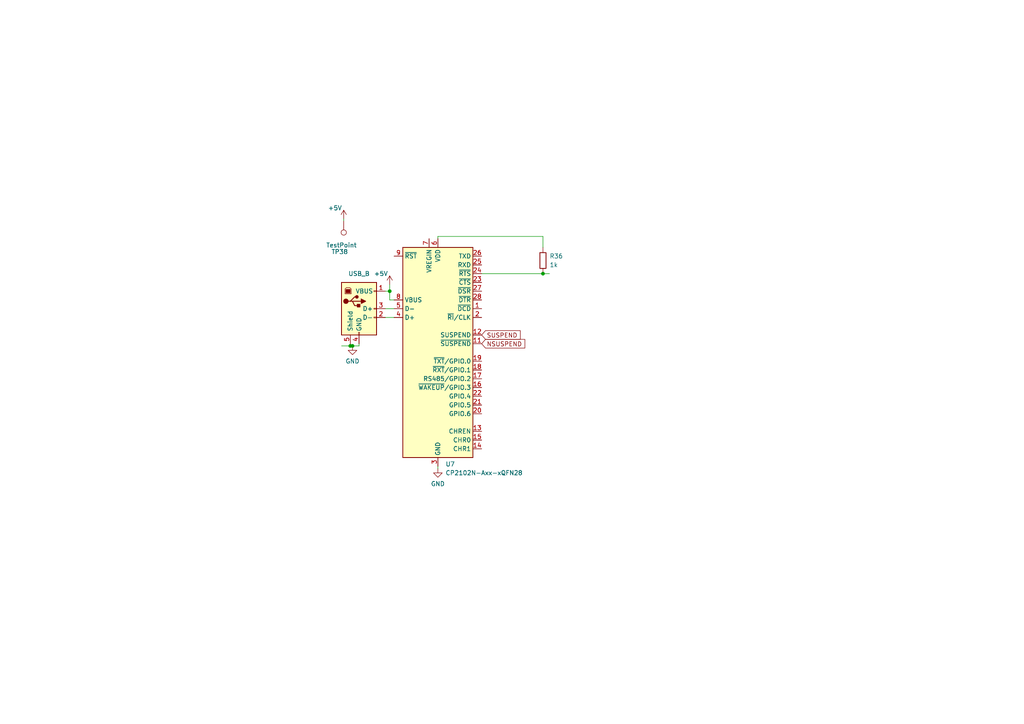
<source format=kicad_sch>
(kicad_sch (version 20230121) (generator eeschema)
  (paper "A4")
  (lib_symbols
    (symbol "Connector:TestPoint" (pin_numbers hide) (pin_names (offset 0.762) hide)
      (property "Reference" "TP" (at 0 6.858 0))
      (property "Value" "TestPoint" (at 0 5.08 0))
      (symbol "TestPoint_0_1"
        (circle (center 0 3.302) (radius 0.762))
      )
      (symbol "TestPoint_1_1"
        (pin passive line (at 0 0 90) (length 2.54) (name "1") (number "1"))
      )
    )
    (symbol "Connector:USB_B" (pin_names (offset 1.016))
      (property "Reference" "J" (at -5.08 11.43 0))
      (property "Value" "USB_B" (at -5.08 8.89 0))
      (symbol "USB_B_0_1"
        (rectangle (start -5.08 -7.62) (end 5.08 7.62) (stroke (width 0.254)) (fill (type background)))
        (circle (center -3.81 2.159) (radius 0.635) (stroke (width 0.254)) (fill (type outline)))
        (rectangle (start -3.81 5.588) (end -2.54 4.572) (fill (type outline)))
        (circle (center -0.635 3.429) (radius 0.381) (stroke (width 0.254)) (fill (type outline)))
        (rectangle (start -0.127 -7.62) (end 0.127 -6.858))
        (polyline (pts (xy -1.905 2.159) (xy 0.635 2.159)) (stroke (width 0.254)))
        (polyline (pts (xy -3.175 2.159) (xy -2.54 2.159) (xy -1.27 3.429) (xy -0.635 3.429)) (stroke (width 0.254)))
        (polyline (pts (xy -2.54 2.159) (xy -1.905 2.159) (xy -1.27 0.889) (xy 0 0.889)) (stroke (width 0.254)))
        (polyline (pts (xy 0.635 2.794) (xy 0.635 1.524) (xy 1.905 2.159) (xy 0.635 2.794)) (stroke (width 0.254)) (fill (type outline)))
        (polyline (pts (xy -4.064 4.318) (xy -2.286 4.318) (xy -2.286 5.715) (xy -2.667 6.096) (xy -3.683 6.096) (xy -4.064 5.715) (xy -4.064 4.318)))
        (rectangle (start 0.254 1.27) (end -0.508 0.508) (stroke (width 0.254)) (fill (type outline)))
        (rectangle (start 5.08 -2.667) (end 4.318 -2.413))
        (rectangle (start 5.08 -0.127) (end 4.318 0.127))
        (rectangle (start 5.08 4.953) (end 4.318 5.207))
      )
      (symbol "USB_B_1_1"
        (pin power_out line (at 7.62 5.08 180) (length 2.54) (name "VBUS") (number "1"))
        (pin bidirectional line (at 7.62 -2.54 180) (length 2.54) (name "D-") (number "2"))
        (pin bidirectional line (at 7.62 0 180) (length 2.54) (name "D+") (number "3"))
        (pin power_out line (at 0 -10.16 90) (length 2.54) (name "GND") (number "4"))
        (pin passive line (at -2.54 -10.16 90) (length 2.54) (name "Shield") (number "5"))
      )
    )
    (symbol "Interface_USB:CP2102N-Axx-xQFN28"
      (property "Reference" "U" (at -8.89 31.75 0))
      (property "Value" "CP2102N-Axx-xQFN28" (at 12.7 31.75 0))
      (symbol "CP2102N-Axx-xQFN28_0_1"
        (rectangle (start -10.16 30.48) (end 10.16 -30.48) (stroke (width 0.254)) (fill (type background)))
      )
      (symbol "CP2102N-Axx-xQFN28_1_1"
        (pin input line (at 12.7 12.7 180) (length 2.54) (name "~{DCD}") (number "1"))
        (pin no_connect line (at -10.16 -27.94 0) (length 2.54) hide (name "NC") (number "10"))
        (pin output line (at 12.7 2.54 180) (length 2.54) (name "~{SUSPEND}") (number "11"))
        (pin output line (at 12.7 5.08 180) (length 2.54) (name "SUSPEND") (number "12"))
        (pin output line (at 12.7 -22.86 180) (length 2.54) (name "CHREN") (number "13"))
        (pin output line (at 12.7 -27.94 180) (length 2.54) (name "CHR1") (number "14"))
        (pin output line (at 12.7 -25.4 180) (length 2.54) (name "CHR0") (number "15"))
        (pin bidirectional line (at 12.7 -10.16 180) (length 2.54) (name "~{WAKEUP}/GPIO.3") (number "16"))
        (pin bidirectional line (at 12.7 -7.62 180) (length 2.54) (name "RS485/GPIO.2") (number "17"))
        (pin bidirectional line (at 12.7 -5.08 180) (length 2.54) (name "~{RXT}/GPIO.1") (number "18"))
        (pin bidirectional line (at 12.7 -2.54 180) (length 2.54) (name "~{TXT}/GPIO.0") (number "19"))
        (pin bidirectional line (at 12.7 10.16 180) (length 2.54) (name "~{RI}/CLK") (number "2"))
        (pin bidirectional line (at 12.7 -17.78 180) (length 2.54) (name "GPIO.6") (number "20"))
        (pin bidirectional line (at 12.7 -15.24 180) (length 2.54) (name "GPIO.5") (number "21"))
        (pin bidirectional line (at 12.7 -12.7 180) (length 2.54) (name "GPIO.4") (number "22"))
        (pin input line (at 12.7 20.32 180) (length 2.54) (name "~{CTS}") (number "23"))
        (pin output line (at 12.7 22.86 180) (length 2.54) (name "~{RTS}") (number "24"))
        (pin input line (at 12.7 25.4 180) (length 2.54) (name "RXD") (number "25"))
        (pin output line (at 12.7 27.94 180) (length 2.54) (name "TXD") (number "26"))
        (pin input line (at 12.7 17.78 180) (length 2.54) (name "~{DSR}") (number "27"))
        (pin output line (at 12.7 15.24 180) (length 2.54) (name "~{DTR}") (number "28"))
        (pin passive line (at 0 -33.02 90) (length 2.54) hide (name "GND") (number "29"))
        (pin power_in line (at 0 -33.02 90) (length 2.54) (name "GND") (number "3"))
        (pin bidirectional line (at -12.7 10.16 0) (length 2.54) (name "D+") (number "4"))
        (pin bidirectional line (at -12.7 12.7 0) (length 2.54) (name "D-") (number "5"))
        (pin power_in line (at 0 33.02 270) (length 2.54) (name "VDD") (number "6"))
        (pin power_in line (at -2.54 33.02 270) (length 2.54) (name "VREGIN") (number "7"))
        (pin input line (at -12.7 15.24 0) (length 2.54) (name "VBUS") (number "8"))
        (pin input line (at -12.7 27.94 0) (length 2.54) (name "~{RST}") (number "9"))
      )
    )
    (symbol "PCM_SL_Devices:Resistor"
      (property "Reference" "R" (at 0 5.08 0))
      (property "Value" "Resistor" (at 0 2.54 0))
      (symbol "Resistor_0_1"
        (rectangle (start -2.286 0.889) (end 2.286 -0.889) (stroke (width 0.24)))
      )
      (symbol "Resistor_1_1"
        (pin passive line (at -3.81 0 0) (length 1.5) (name "") (number "1"))
        (pin passive line (at 3.81 0 180) (length 1.5) (name "~") (number "2"))
      )
    )
    (symbol "power:+5V" (power) (pin_names (offset 0))
      (property "Value" "+5V" (at 0 3.556 0))
      (symbol "+5V_0_1"
        (polyline (pts (xy -0.762 1.27) (xy 0 2.54)))
        (polyline (pts (xy 0 0) (xy 0 2.54)))
        (polyline (pts (xy 0 2.54) (xy 0.762 1.27)))
      )
      (symbol "+5V_1_1"
        (pin power_in line (at 0 0 90) (length 0) hide (name "+5V") (number "1"))
      )
    )
    (symbol "power:GND" (power) (pin_names (offset 0))
      (property "Value" "GND" (at 0 -3.81 0))
      (symbol "GND_0_1"
        (polyline (pts (xy 0 0) (xy 0 -1.27) (xy 1.27 -1.27) (xy 0 -2.54) (xy -1.27 -1.27) (xy 0 -1.27)))
      )
      (symbol "GND_1_1"
        (pin power_in line (at 0 0 270) (length 0) hide (name "GND") (number "1"))
      )
    )
  )
  (junction (at 157.48 79.375))
  (junction (at 113.03 84.455))
  (junction (at 102.235 100.33))
  (junction (at 101.6 100.33))
  (wire (pts (xy 127 68.58) (xy 157.48 68.58)))
  (wire (pts (xy 157.48 68.58) (xy 157.48 71.755)))
  (wire (pts (xy 104.14 100.33) (xy 102.235 100.33)))
  (wire (pts (xy 114.3 86.995) (xy 113.03 86.995)))
  (wire (pts (xy 111.76 89.535) (xy 114.3 89.535)))
  (wire (pts (xy 157.48 79.375) (xy 159.385 79.375)))
  (wire (pts (xy 113.03 86.995) (xy 113.03 84.455)))
  (wire (pts (xy 111.76 92.075) (xy 114.3 92.075)))
  (wire (pts (xy 101.6 100.33) (xy 102.235 100.33)))
  (wire (pts (xy 104.14 100.33) (xy 104.14 99.695)))
  (wire (pts (xy 127 135.89) (xy 127 135.255)))
  (wire (pts (xy 111.76 84.455) (xy 113.03 84.455)))
  (wire (pts (xy 99.695 63.5) (xy 99.695 64.135)))
  (wire (pts (xy 101.6 100.33) (xy 101.6 99.695)))
  (wire (pts (xy 113.03 82.55) (xy 113.03 84.455)))
  (wire (pts (xy 127 69.215) (xy 127 68.58)))
  (wire (pts (xy 139.7 79.375) (xy 157.48 79.375)))
  (wire (pts (xy 101.6 100.33) (xy 99.06 100.33)))
  (global_label "NSUSPEND" (shape input) (at 139.7 99.695 0) (property "Intersheetrefs" "${INTERSHEET_REFS}" (effects hide)))
  (global_label "SUSPEND" (shape input) (at 139.7 97.155 0) (property "Intersheetrefs" "${INTERSHEET_REFS}" (effects hide)))
  (symbol (lib_id "power:+5V") (at 113.03 82.55 0) (unit 1)
    (property "Reference" "#PWR035" (effects hide))
    (property "Value" "+5V" (at 110.49 79.375 0))
    (instances (project "Doodle Drive" (path "" (reference "#PWR035") (unit 1)) (path "" (reference "#PWR034") (unit 1))))
  )
  (symbol (lib_id "power:GND") (at 127 135.89 0) (unit 1)
    (property "Reference" "#PWR050" (effects hide))
    (property "Value" "GND" (at 127 140.335 0))
  )
  (symbol (lib_id "power:+5V") (at 99.695 63.5 0) (unit 1)
    (property "Reference" "#PWR035" (effects hide))
    (property "Value" "+5V" (at 97.155 60.325 0))
  )
  (symbol (lib_id "PCM_SL_Devices:Resistor") (at 157.48 75.565 90) (unit 1)
    (property "Reference" "R36" (at 159.385 74.295 90) (effects (justify right)))
    (property "Value" "1k" (at 159.385 76.835 90) (effects (justify right)))
    (property "Footprint" "Resistor_SMD:R_0805_2012Metric" (effects hide))
    (instances (project "Doodle Drive" (path "" (reference "R36") (unit 1)) (path "" (reference "R6") (unit 1))))
  )
  (symbol (lib_id "Interface_USB:CP2102N-Axx-xQFN28") (at 127 102.235 0) (unit 1)
    (property "Reference" "U7" (at 129.1941 134.62 0) (effects (justify left)))
    (property "Value" "CP2102N-Axx-xQFN28" (at 129.1941 137.16 0) (effects (justify left)))
    (property "Footprint" "Package_DFN_QFN:QFN-28-1EP_5x5mm_P0.5mm_EP3.35x3.35mm" (effects hide))
    (property "Datasheet" "https://www.silabs.com/documents/public/data-sheets/cp2102n-datasheet.pdf" (effects hide))
  )
  (symbol (lib_id "Connector:USB_B") (at 104.14 89.535 0) (unit 1)
    (property "Reference" "J1" (effects hide))
    (property "Value" "USB_B" (at 104.14 79.375 0))
    (property "Footprint" "Connector_USB:USB_B_Lumberg_2411_02_Horizontal" (effects hide))
    (property "Datasheet" " ~" (effects hide))
  )
  (symbol (lib_id "power:GND") (at 102.235 100.33 0) (unit 1)
    (property "Reference" "#PWR034" (effects hide))
    (property "Value" "GND" (at 102.235 104.775 0))
    (instances (project "Doodle Drive" (path "" (reference "#PWR034") (unit 1)) (path "" (reference "#PWR033") (unit 1))))
  )
  (symbol (lib_id "Connector:TestPoint") (at 99.695 64.135 180) (unit 1)
    (property "Reference" "TP38" (at 100.965 73.025 0) (effects (justify left)))
    (property "Value" "TestPoint" (at 103.505 71.12 0) (effects (justify left)))
    (property "Footprint" "TestPoint:TestPoint_Pad_D2.5mm" (effects hide))
    (instances (project "Doodle Drive" (path "" (reference "TP38") (unit 1)) (path "" (reference "TP3") (unit 1))))
  )
)
</source>
